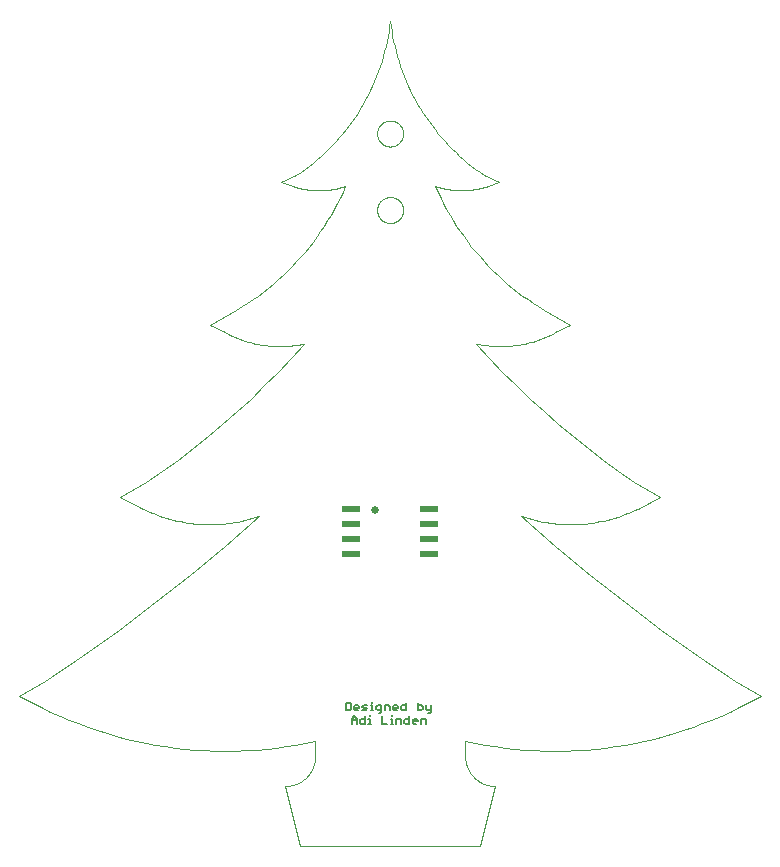
<source format=gto>
G75*
%MOIN*%
%OFA0B0*%
%FSLAX25Y25*%
%IPPOS*%
%LPD*%
%AMOC8*
5,1,8,0,0,1.08239X$1,22.5*
%
%ADD10C,0.00200*%
%ADD11C,0.00000*%
%ADD12C,0.00500*%
%ADD13C,0.02500*%
%ADD14R,0.05984X0.01930*%
D10*
X0003050Y0051600D02*
X0010550Y0047850D01*
X0003050Y0051600D02*
X0011800Y0056600D01*
X0044300Y0114100D02*
X0036800Y0117850D01*
X0045550Y0122850D01*
X0044300Y0114100D02*
X0045388Y0113573D01*
X0046487Y0113072D01*
X0047599Y0112598D01*
X0048722Y0112151D01*
X0049855Y0111731D01*
X0050998Y0111339D01*
X0052150Y0110974D01*
X0053311Y0110638D01*
X0054479Y0110329D01*
X0055655Y0110049D01*
X0056837Y0109798D01*
X0058025Y0109575D01*
X0059218Y0109381D01*
X0060415Y0109216D01*
X0061616Y0109080D01*
X0062819Y0108973D01*
X0064025Y0108895D01*
X0065233Y0108847D01*
X0066441Y0108827D01*
X0067650Y0108837D01*
X0068858Y0108876D01*
X0070064Y0108945D01*
X0071269Y0109042D01*
X0072471Y0109169D01*
X0073669Y0109324D01*
X0074863Y0109509D01*
X0076053Y0109722D01*
X0077237Y0109964D01*
X0078415Y0110235D01*
X0079585Y0110534D01*
X0080749Y0110862D01*
X0081904Y0111217D01*
X0083050Y0111600D01*
X0101800Y0036601D02*
X0098523Y0035916D01*
X0095230Y0035310D01*
X0091923Y0034785D01*
X0088605Y0034341D01*
X0085276Y0033978D01*
X0081940Y0033696D01*
X0078598Y0033495D01*
X0075252Y0033376D01*
X0071905Y0033338D01*
X0068557Y0033382D01*
X0065211Y0033507D01*
X0061870Y0033714D01*
X0058534Y0034002D01*
X0055206Y0034371D01*
X0051889Y0034821D01*
X0048583Y0035352D01*
X0045291Y0035963D01*
X0042015Y0036654D01*
X0038757Y0037425D01*
X0035519Y0038274D01*
X0032302Y0039203D01*
X0029109Y0040209D01*
X0025941Y0041293D01*
X0022801Y0042454D01*
X0019690Y0043691D01*
X0016610Y0045003D01*
X0013562Y0046390D01*
X0010550Y0047851D01*
X0091800Y0021600D02*
X0092042Y0021603D01*
X0092283Y0021612D01*
X0092524Y0021626D01*
X0092765Y0021647D01*
X0093005Y0021673D01*
X0093245Y0021705D01*
X0093484Y0021743D01*
X0093721Y0021786D01*
X0093958Y0021836D01*
X0094193Y0021891D01*
X0094427Y0021951D01*
X0094659Y0022018D01*
X0094890Y0022089D01*
X0095119Y0022167D01*
X0095346Y0022250D01*
X0095571Y0022338D01*
X0095794Y0022432D01*
X0096014Y0022531D01*
X0096232Y0022636D01*
X0096447Y0022745D01*
X0096660Y0022860D01*
X0096870Y0022980D01*
X0097076Y0023105D01*
X0097280Y0023235D01*
X0097481Y0023370D01*
X0097678Y0023510D01*
X0097872Y0023654D01*
X0098062Y0023803D01*
X0098248Y0023957D01*
X0098431Y0024115D01*
X0098610Y0024277D01*
X0098785Y0024444D01*
X0098956Y0024615D01*
X0099123Y0024790D01*
X0099285Y0024969D01*
X0099443Y0025152D01*
X0099597Y0025338D01*
X0099746Y0025528D01*
X0099890Y0025722D01*
X0100030Y0025919D01*
X0100165Y0026120D01*
X0100295Y0026324D01*
X0100420Y0026530D01*
X0100540Y0026740D01*
X0100655Y0026953D01*
X0100764Y0027168D01*
X0100869Y0027386D01*
X0100968Y0027606D01*
X0101062Y0027829D01*
X0101150Y0028054D01*
X0101233Y0028281D01*
X0101311Y0028510D01*
X0101382Y0028741D01*
X0101449Y0028973D01*
X0101509Y0029207D01*
X0101564Y0029442D01*
X0101614Y0029679D01*
X0101657Y0029916D01*
X0101695Y0030155D01*
X0101727Y0030395D01*
X0101753Y0030635D01*
X0101774Y0030876D01*
X0101788Y0031117D01*
X0101797Y0031358D01*
X0101800Y0031600D01*
X0101800Y0036600D01*
X0091800Y0021600D02*
X0096800Y0001600D01*
X0156800Y0001600D01*
X0161800Y0021600D01*
X0161558Y0021603D01*
X0161317Y0021612D01*
X0161076Y0021626D01*
X0160835Y0021647D01*
X0160595Y0021673D01*
X0160355Y0021705D01*
X0160116Y0021743D01*
X0159879Y0021786D01*
X0159642Y0021836D01*
X0159407Y0021891D01*
X0159173Y0021951D01*
X0158941Y0022018D01*
X0158710Y0022089D01*
X0158481Y0022167D01*
X0158254Y0022250D01*
X0158029Y0022338D01*
X0157806Y0022432D01*
X0157586Y0022531D01*
X0157368Y0022636D01*
X0157153Y0022745D01*
X0156940Y0022860D01*
X0156730Y0022980D01*
X0156524Y0023105D01*
X0156320Y0023235D01*
X0156119Y0023370D01*
X0155922Y0023510D01*
X0155728Y0023654D01*
X0155538Y0023803D01*
X0155352Y0023957D01*
X0155169Y0024115D01*
X0154990Y0024277D01*
X0154815Y0024444D01*
X0154644Y0024615D01*
X0154477Y0024790D01*
X0154315Y0024969D01*
X0154157Y0025152D01*
X0154003Y0025338D01*
X0153854Y0025528D01*
X0153710Y0025722D01*
X0153570Y0025919D01*
X0153435Y0026120D01*
X0153305Y0026324D01*
X0153180Y0026530D01*
X0153060Y0026740D01*
X0152945Y0026953D01*
X0152836Y0027168D01*
X0152731Y0027386D01*
X0152632Y0027606D01*
X0152538Y0027829D01*
X0152450Y0028054D01*
X0152367Y0028281D01*
X0152289Y0028510D01*
X0152218Y0028741D01*
X0152151Y0028973D01*
X0152091Y0029207D01*
X0152036Y0029442D01*
X0151986Y0029679D01*
X0151943Y0029916D01*
X0151905Y0030155D01*
X0151873Y0030395D01*
X0151847Y0030635D01*
X0151826Y0030876D01*
X0151812Y0031117D01*
X0151803Y0031358D01*
X0151800Y0031600D01*
X0151800Y0036600D01*
X0209300Y0114100D02*
X0216800Y0117850D01*
X0208050Y0122850D01*
X0209300Y0114100D02*
X0208212Y0113573D01*
X0207113Y0113072D01*
X0206001Y0112598D01*
X0204878Y0112151D01*
X0203745Y0111731D01*
X0202602Y0111339D01*
X0201450Y0110974D01*
X0200289Y0110638D01*
X0199121Y0110329D01*
X0197945Y0110049D01*
X0196763Y0109798D01*
X0195575Y0109575D01*
X0194382Y0109381D01*
X0193185Y0109216D01*
X0191984Y0109080D01*
X0190781Y0108973D01*
X0189575Y0108895D01*
X0188367Y0108847D01*
X0187159Y0108827D01*
X0185950Y0108837D01*
X0184742Y0108876D01*
X0183536Y0108945D01*
X0182331Y0109042D01*
X0181129Y0109169D01*
X0179931Y0109324D01*
X0178737Y0109509D01*
X0177547Y0109722D01*
X0176363Y0109964D01*
X0175185Y0110235D01*
X0174015Y0110534D01*
X0172851Y0110862D01*
X0171696Y0111217D01*
X0170550Y0111600D01*
X0151800Y0036601D02*
X0155077Y0035916D01*
X0158370Y0035310D01*
X0161677Y0034785D01*
X0164995Y0034341D01*
X0168324Y0033978D01*
X0171660Y0033696D01*
X0175002Y0033495D01*
X0178348Y0033376D01*
X0181695Y0033338D01*
X0185043Y0033382D01*
X0188389Y0033507D01*
X0191730Y0033714D01*
X0195066Y0034002D01*
X0198394Y0034371D01*
X0201711Y0034821D01*
X0205017Y0035352D01*
X0208309Y0035963D01*
X0211585Y0036654D01*
X0214843Y0037425D01*
X0218081Y0038274D01*
X0221298Y0039203D01*
X0224491Y0040209D01*
X0227659Y0041293D01*
X0230799Y0042454D01*
X0233910Y0043691D01*
X0236990Y0045003D01*
X0240038Y0046390D01*
X0243050Y0047851D01*
X0243050Y0047850D02*
X0250550Y0051600D01*
X0241800Y0056600D01*
X0181800Y0172850D02*
X0186800Y0175350D01*
X0178050Y0180350D01*
X0181800Y0172850D02*
X0181003Y0172426D01*
X0180196Y0172021D01*
X0179379Y0171635D01*
X0178553Y0171270D01*
X0177719Y0170924D01*
X0176876Y0170598D01*
X0176027Y0170292D01*
X0175170Y0170007D01*
X0174306Y0169742D01*
X0173437Y0169499D01*
X0172561Y0169276D01*
X0171681Y0169074D01*
X0170796Y0168893D01*
X0169908Y0168733D01*
X0169015Y0168595D01*
X0168120Y0168477D01*
X0167222Y0168382D01*
X0166321Y0168308D01*
X0165420Y0168255D01*
X0164517Y0168224D01*
X0163614Y0168215D01*
X0162711Y0168227D01*
X0161809Y0168261D01*
X0160907Y0168317D01*
X0160007Y0168394D01*
X0159110Y0168492D01*
X0158214Y0168612D01*
X0157322Y0168753D01*
X0156434Y0168916D01*
X0155550Y0169100D01*
X0159300Y0221600D02*
X0163050Y0222850D01*
X0158050Y0225350D01*
X0159300Y0221600D02*
X0158672Y0221399D01*
X0158039Y0221213D01*
X0157402Y0221042D01*
X0156762Y0220886D01*
X0156117Y0220746D01*
X0155470Y0220621D01*
X0154819Y0220511D01*
X0154167Y0220417D01*
X0153512Y0220339D01*
X0152855Y0220276D01*
X0152198Y0220229D01*
X0151539Y0220198D01*
X0150880Y0220182D01*
X0150220Y0220182D01*
X0149561Y0220198D01*
X0148902Y0220229D01*
X0148245Y0220276D01*
X0147588Y0220339D01*
X0146933Y0220417D01*
X0146281Y0220511D01*
X0145630Y0220621D01*
X0144983Y0220746D01*
X0144338Y0220886D01*
X0143698Y0221042D01*
X0143061Y0221213D01*
X0142428Y0221399D01*
X0141800Y0221600D01*
X0111800Y0221600D02*
X0111172Y0221399D01*
X0110539Y0221213D01*
X0109902Y0221042D01*
X0109262Y0220886D01*
X0108617Y0220746D01*
X0107970Y0220621D01*
X0107319Y0220511D01*
X0106667Y0220417D01*
X0106012Y0220339D01*
X0105355Y0220276D01*
X0104698Y0220229D01*
X0104039Y0220198D01*
X0103380Y0220182D01*
X0102720Y0220182D01*
X0102061Y0220198D01*
X0101402Y0220229D01*
X0100745Y0220276D01*
X0100088Y0220339D01*
X0099433Y0220417D01*
X0098781Y0220511D01*
X0098130Y0220621D01*
X0097483Y0220746D01*
X0096838Y0220886D01*
X0096198Y0221042D01*
X0095561Y0221213D01*
X0094928Y0221399D01*
X0094300Y0221600D01*
X0090550Y0222850D01*
X0095550Y0225350D01*
X0098050Y0169100D02*
X0097166Y0168916D01*
X0096278Y0168753D01*
X0095386Y0168612D01*
X0094490Y0168492D01*
X0093593Y0168394D01*
X0092693Y0168317D01*
X0091791Y0168261D01*
X0090889Y0168227D01*
X0089986Y0168215D01*
X0089083Y0168224D01*
X0088180Y0168255D01*
X0087279Y0168308D01*
X0086378Y0168382D01*
X0085480Y0168477D01*
X0084585Y0168595D01*
X0083692Y0168733D01*
X0082804Y0168893D01*
X0081919Y0169074D01*
X0081039Y0169276D01*
X0080163Y0169499D01*
X0079294Y0169742D01*
X0078430Y0170007D01*
X0077573Y0170292D01*
X0076724Y0170598D01*
X0075881Y0170924D01*
X0075047Y0171270D01*
X0074221Y0171635D01*
X0073404Y0172021D01*
X0072597Y0172426D01*
X0071800Y0172850D01*
X0066800Y0175350D01*
X0075550Y0180350D01*
X0077381Y0181471D01*
X0079184Y0182636D01*
X0080959Y0183844D01*
X0082704Y0185094D01*
X0084419Y0186386D01*
X0086102Y0187718D01*
X0087753Y0189091D01*
X0089370Y0190502D01*
X0090953Y0191953D01*
X0092501Y0193441D01*
X0094012Y0194965D01*
X0095486Y0196526D01*
X0096923Y0198121D01*
X0098320Y0199751D01*
X0099679Y0201413D01*
X0100996Y0203108D01*
X0102273Y0204834D01*
X0103508Y0206590D01*
X0104700Y0208375D01*
X0105849Y0210189D01*
X0106954Y0212029D01*
X0108015Y0213896D01*
X0109030Y0215787D01*
X0110000Y0217702D01*
X0110923Y0219640D01*
X0111800Y0221600D01*
X0095550Y0225350D02*
X0096971Y0226321D01*
X0098369Y0227326D01*
X0099742Y0228365D01*
X0101089Y0229437D01*
X0102409Y0230541D01*
X0103703Y0231676D01*
X0104969Y0232843D01*
X0106206Y0234040D01*
X0107414Y0235267D01*
X0108591Y0236522D01*
X0109738Y0237806D01*
X0110854Y0239117D01*
X0111937Y0240454D01*
X0112988Y0241818D01*
X0114005Y0243206D01*
X0114989Y0244619D01*
X0115938Y0246055D01*
X0116852Y0247514D01*
X0117730Y0248994D01*
X0118572Y0250496D01*
X0119378Y0252017D01*
X0120146Y0253557D01*
X0120877Y0255116D01*
X0121570Y0256691D01*
X0122225Y0258284D01*
X0122841Y0259891D01*
X0123418Y0261513D01*
X0123955Y0263148D01*
X0124452Y0264796D01*
X0124910Y0266456D01*
X0125327Y0268126D01*
X0125704Y0269805D01*
X0126039Y0271494D01*
X0126334Y0273190D01*
X0126588Y0274892D01*
X0126800Y0276600D01*
X0127012Y0274892D01*
X0127266Y0273190D01*
X0127561Y0271494D01*
X0127896Y0269805D01*
X0128273Y0268126D01*
X0128690Y0266456D01*
X0129148Y0264796D01*
X0129645Y0263148D01*
X0130182Y0261513D01*
X0130759Y0259891D01*
X0131375Y0258284D01*
X0132030Y0256691D01*
X0132723Y0255116D01*
X0133454Y0253557D01*
X0134222Y0252017D01*
X0135028Y0250496D01*
X0135870Y0248994D01*
X0136748Y0247514D01*
X0137662Y0246055D01*
X0138611Y0244619D01*
X0139595Y0243206D01*
X0140612Y0241818D01*
X0141663Y0240454D01*
X0142746Y0239117D01*
X0143862Y0237806D01*
X0145009Y0236522D01*
X0146186Y0235267D01*
X0147394Y0234040D01*
X0148631Y0232843D01*
X0149897Y0231676D01*
X0151191Y0230541D01*
X0152511Y0229437D01*
X0153858Y0228365D01*
X0155231Y0227326D01*
X0156629Y0226321D01*
X0158050Y0225350D01*
X0141800Y0221600D02*
X0142677Y0219640D01*
X0143600Y0217702D01*
X0144570Y0215787D01*
X0145585Y0213896D01*
X0146646Y0212029D01*
X0147751Y0210189D01*
X0148900Y0208375D01*
X0150092Y0206590D01*
X0151327Y0204834D01*
X0152604Y0203108D01*
X0153921Y0201413D01*
X0155280Y0199751D01*
X0156677Y0198121D01*
X0158114Y0196526D01*
X0159588Y0194965D01*
X0161099Y0193441D01*
X0162647Y0191953D01*
X0164230Y0190502D01*
X0165847Y0189091D01*
X0167498Y0187718D01*
X0169181Y0186386D01*
X0170896Y0185094D01*
X0172641Y0183844D01*
X0174416Y0182636D01*
X0176219Y0181471D01*
X0178050Y0180350D01*
X0155550Y0169100D02*
X0159829Y0164372D01*
X0164214Y0159742D01*
X0168702Y0155212D01*
X0173291Y0150784D01*
X0177980Y0146462D01*
X0182765Y0142247D01*
X0187644Y0138141D01*
X0192614Y0134146D01*
X0197674Y0130265D01*
X0202820Y0126499D01*
X0208050Y0122850D01*
X0170549Y0111600D02*
X0181855Y0101719D01*
X0193397Y0092117D01*
X0205170Y0082798D01*
X0217166Y0073769D01*
X0229378Y0065034D01*
X0241799Y0056600D01*
X0098050Y0169100D02*
X0093771Y0164372D01*
X0089386Y0159742D01*
X0084898Y0155212D01*
X0080309Y0150784D01*
X0075620Y0146462D01*
X0070835Y0142247D01*
X0065956Y0138141D01*
X0060986Y0134146D01*
X0055926Y0130265D01*
X0050780Y0126499D01*
X0045550Y0122850D01*
X0083051Y0111600D02*
X0071745Y0101719D01*
X0060203Y0092117D01*
X0048430Y0082798D01*
X0036434Y0073769D01*
X0024222Y0065034D01*
X0011801Y0056600D01*
D11*
X0122469Y0213600D02*
X0122471Y0213731D01*
X0122477Y0213863D01*
X0122487Y0213994D01*
X0122501Y0214125D01*
X0122519Y0214255D01*
X0122541Y0214384D01*
X0122566Y0214513D01*
X0122596Y0214641D01*
X0122630Y0214768D01*
X0122667Y0214895D01*
X0122708Y0215019D01*
X0122753Y0215143D01*
X0122802Y0215265D01*
X0122854Y0215386D01*
X0122910Y0215504D01*
X0122970Y0215622D01*
X0123033Y0215737D01*
X0123100Y0215850D01*
X0123170Y0215962D01*
X0123243Y0216071D01*
X0123319Y0216177D01*
X0123399Y0216282D01*
X0123482Y0216384D01*
X0123568Y0216483D01*
X0123657Y0216580D01*
X0123749Y0216674D01*
X0123844Y0216765D01*
X0123941Y0216854D01*
X0124041Y0216939D01*
X0124144Y0217021D01*
X0124249Y0217100D01*
X0124356Y0217176D01*
X0124466Y0217248D01*
X0124578Y0217317D01*
X0124692Y0217383D01*
X0124807Y0217445D01*
X0124925Y0217504D01*
X0125044Y0217559D01*
X0125165Y0217611D01*
X0125288Y0217658D01*
X0125412Y0217702D01*
X0125537Y0217743D01*
X0125663Y0217779D01*
X0125791Y0217812D01*
X0125919Y0217840D01*
X0126048Y0217865D01*
X0126178Y0217886D01*
X0126308Y0217903D01*
X0126439Y0217916D01*
X0126570Y0217925D01*
X0126701Y0217930D01*
X0126833Y0217931D01*
X0126964Y0217928D01*
X0127096Y0217921D01*
X0127227Y0217910D01*
X0127357Y0217895D01*
X0127487Y0217876D01*
X0127617Y0217853D01*
X0127745Y0217827D01*
X0127873Y0217796D01*
X0128000Y0217761D01*
X0128126Y0217723D01*
X0128250Y0217681D01*
X0128374Y0217635D01*
X0128495Y0217585D01*
X0128615Y0217532D01*
X0128734Y0217475D01*
X0128851Y0217415D01*
X0128965Y0217351D01*
X0129078Y0217283D01*
X0129189Y0217212D01*
X0129298Y0217138D01*
X0129404Y0217061D01*
X0129508Y0216980D01*
X0129609Y0216897D01*
X0129708Y0216810D01*
X0129804Y0216720D01*
X0129897Y0216627D01*
X0129988Y0216532D01*
X0130075Y0216434D01*
X0130160Y0216333D01*
X0130241Y0216230D01*
X0130319Y0216124D01*
X0130394Y0216016D01*
X0130466Y0215906D01*
X0130534Y0215794D01*
X0130599Y0215680D01*
X0130660Y0215563D01*
X0130718Y0215445D01*
X0130772Y0215325D01*
X0130823Y0215204D01*
X0130870Y0215081D01*
X0130913Y0214957D01*
X0130952Y0214832D01*
X0130988Y0214705D01*
X0131019Y0214577D01*
X0131047Y0214449D01*
X0131071Y0214320D01*
X0131091Y0214190D01*
X0131107Y0214059D01*
X0131119Y0213928D01*
X0131127Y0213797D01*
X0131131Y0213666D01*
X0131131Y0213534D01*
X0131127Y0213403D01*
X0131119Y0213272D01*
X0131107Y0213141D01*
X0131091Y0213010D01*
X0131071Y0212880D01*
X0131047Y0212751D01*
X0131019Y0212623D01*
X0130988Y0212495D01*
X0130952Y0212368D01*
X0130913Y0212243D01*
X0130870Y0212119D01*
X0130823Y0211996D01*
X0130772Y0211875D01*
X0130718Y0211755D01*
X0130660Y0211637D01*
X0130599Y0211520D01*
X0130534Y0211406D01*
X0130466Y0211294D01*
X0130394Y0211184D01*
X0130319Y0211076D01*
X0130241Y0210970D01*
X0130160Y0210867D01*
X0130075Y0210766D01*
X0129988Y0210668D01*
X0129897Y0210573D01*
X0129804Y0210480D01*
X0129708Y0210390D01*
X0129609Y0210303D01*
X0129508Y0210220D01*
X0129404Y0210139D01*
X0129298Y0210062D01*
X0129189Y0209988D01*
X0129078Y0209917D01*
X0128966Y0209849D01*
X0128851Y0209785D01*
X0128734Y0209725D01*
X0128615Y0209668D01*
X0128495Y0209615D01*
X0128374Y0209565D01*
X0128250Y0209519D01*
X0128126Y0209477D01*
X0128000Y0209439D01*
X0127873Y0209404D01*
X0127745Y0209373D01*
X0127617Y0209347D01*
X0127487Y0209324D01*
X0127357Y0209305D01*
X0127227Y0209290D01*
X0127096Y0209279D01*
X0126964Y0209272D01*
X0126833Y0209269D01*
X0126701Y0209270D01*
X0126570Y0209275D01*
X0126439Y0209284D01*
X0126308Y0209297D01*
X0126178Y0209314D01*
X0126048Y0209335D01*
X0125919Y0209360D01*
X0125791Y0209388D01*
X0125663Y0209421D01*
X0125537Y0209457D01*
X0125412Y0209498D01*
X0125288Y0209542D01*
X0125165Y0209589D01*
X0125044Y0209641D01*
X0124925Y0209696D01*
X0124807Y0209755D01*
X0124692Y0209817D01*
X0124578Y0209883D01*
X0124466Y0209952D01*
X0124356Y0210024D01*
X0124249Y0210100D01*
X0124144Y0210179D01*
X0124041Y0210261D01*
X0123941Y0210346D01*
X0123844Y0210435D01*
X0123749Y0210526D01*
X0123657Y0210620D01*
X0123568Y0210717D01*
X0123482Y0210816D01*
X0123399Y0210918D01*
X0123319Y0211023D01*
X0123243Y0211129D01*
X0123170Y0211238D01*
X0123100Y0211350D01*
X0123033Y0211463D01*
X0122970Y0211578D01*
X0122910Y0211696D01*
X0122854Y0211814D01*
X0122802Y0211935D01*
X0122753Y0212057D01*
X0122708Y0212181D01*
X0122667Y0212305D01*
X0122630Y0212432D01*
X0122596Y0212559D01*
X0122566Y0212687D01*
X0122541Y0212816D01*
X0122519Y0212945D01*
X0122501Y0213075D01*
X0122487Y0213206D01*
X0122477Y0213337D01*
X0122471Y0213469D01*
X0122469Y0213600D01*
X0122469Y0239100D02*
X0122471Y0239231D01*
X0122477Y0239363D01*
X0122487Y0239494D01*
X0122501Y0239625D01*
X0122519Y0239755D01*
X0122541Y0239884D01*
X0122566Y0240013D01*
X0122596Y0240141D01*
X0122630Y0240268D01*
X0122667Y0240395D01*
X0122708Y0240519D01*
X0122753Y0240643D01*
X0122802Y0240765D01*
X0122854Y0240886D01*
X0122910Y0241004D01*
X0122970Y0241122D01*
X0123033Y0241237D01*
X0123100Y0241350D01*
X0123170Y0241462D01*
X0123243Y0241571D01*
X0123319Y0241677D01*
X0123399Y0241782D01*
X0123482Y0241884D01*
X0123568Y0241983D01*
X0123657Y0242080D01*
X0123749Y0242174D01*
X0123844Y0242265D01*
X0123941Y0242354D01*
X0124041Y0242439D01*
X0124144Y0242521D01*
X0124249Y0242600D01*
X0124356Y0242676D01*
X0124466Y0242748D01*
X0124578Y0242817D01*
X0124692Y0242883D01*
X0124807Y0242945D01*
X0124925Y0243004D01*
X0125044Y0243059D01*
X0125165Y0243111D01*
X0125288Y0243158D01*
X0125412Y0243202D01*
X0125537Y0243243D01*
X0125663Y0243279D01*
X0125791Y0243312D01*
X0125919Y0243340D01*
X0126048Y0243365D01*
X0126178Y0243386D01*
X0126308Y0243403D01*
X0126439Y0243416D01*
X0126570Y0243425D01*
X0126701Y0243430D01*
X0126833Y0243431D01*
X0126964Y0243428D01*
X0127096Y0243421D01*
X0127227Y0243410D01*
X0127357Y0243395D01*
X0127487Y0243376D01*
X0127617Y0243353D01*
X0127745Y0243327D01*
X0127873Y0243296D01*
X0128000Y0243261D01*
X0128126Y0243223D01*
X0128250Y0243181D01*
X0128374Y0243135D01*
X0128495Y0243085D01*
X0128615Y0243032D01*
X0128734Y0242975D01*
X0128851Y0242915D01*
X0128965Y0242851D01*
X0129078Y0242783D01*
X0129189Y0242712D01*
X0129298Y0242638D01*
X0129404Y0242561D01*
X0129508Y0242480D01*
X0129609Y0242397D01*
X0129708Y0242310D01*
X0129804Y0242220D01*
X0129897Y0242127D01*
X0129988Y0242032D01*
X0130075Y0241934D01*
X0130160Y0241833D01*
X0130241Y0241730D01*
X0130319Y0241624D01*
X0130394Y0241516D01*
X0130466Y0241406D01*
X0130534Y0241294D01*
X0130599Y0241180D01*
X0130660Y0241063D01*
X0130718Y0240945D01*
X0130772Y0240825D01*
X0130823Y0240704D01*
X0130870Y0240581D01*
X0130913Y0240457D01*
X0130952Y0240332D01*
X0130988Y0240205D01*
X0131019Y0240077D01*
X0131047Y0239949D01*
X0131071Y0239820D01*
X0131091Y0239690D01*
X0131107Y0239559D01*
X0131119Y0239428D01*
X0131127Y0239297D01*
X0131131Y0239166D01*
X0131131Y0239034D01*
X0131127Y0238903D01*
X0131119Y0238772D01*
X0131107Y0238641D01*
X0131091Y0238510D01*
X0131071Y0238380D01*
X0131047Y0238251D01*
X0131019Y0238123D01*
X0130988Y0237995D01*
X0130952Y0237868D01*
X0130913Y0237743D01*
X0130870Y0237619D01*
X0130823Y0237496D01*
X0130772Y0237375D01*
X0130718Y0237255D01*
X0130660Y0237137D01*
X0130599Y0237020D01*
X0130534Y0236906D01*
X0130466Y0236794D01*
X0130394Y0236684D01*
X0130319Y0236576D01*
X0130241Y0236470D01*
X0130160Y0236367D01*
X0130075Y0236266D01*
X0129988Y0236168D01*
X0129897Y0236073D01*
X0129804Y0235980D01*
X0129708Y0235890D01*
X0129609Y0235803D01*
X0129508Y0235720D01*
X0129404Y0235639D01*
X0129298Y0235562D01*
X0129189Y0235488D01*
X0129078Y0235417D01*
X0128966Y0235349D01*
X0128851Y0235285D01*
X0128734Y0235225D01*
X0128615Y0235168D01*
X0128495Y0235115D01*
X0128374Y0235065D01*
X0128250Y0235019D01*
X0128126Y0234977D01*
X0128000Y0234939D01*
X0127873Y0234904D01*
X0127745Y0234873D01*
X0127617Y0234847D01*
X0127487Y0234824D01*
X0127357Y0234805D01*
X0127227Y0234790D01*
X0127096Y0234779D01*
X0126964Y0234772D01*
X0126833Y0234769D01*
X0126701Y0234770D01*
X0126570Y0234775D01*
X0126439Y0234784D01*
X0126308Y0234797D01*
X0126178Y0234814D01*
X0126048Y0234835D01*
X0125919Y0234860D01*
X0125791Y0234888D01*
X0125663Y0234921D01*
X0125537Y0234957D01*
X0125412Y0234998D01*
X0125288Y0235042D01*
X0125165Y0235089D01*
X0125044Y0235141D01*
X0124925Y0235196D01*
X0124807Y0235255D01*
X0124692Y0235317D01*
X0124578Y0235383D01*
X0124466Y0235452D01*
X0124356Y0235524D01*
X0124249Y0235600D01*
X0124144Y0235679D01*
X0124041Y0235761D01*
X0123941Y0235846D01*
X0123844Y0235935D01*
X0123749Y0236026D01*
X0123657Y0236120D01*
X0123568Y0236217D01*
X0123482Y0236316D01*
X0123399Y0236418D01*
X0123319Y0236523D01*
X0123243Y0236629D01*
X0123170Y0236738D01*
X0123100Y0236850D01*
X0123033Y0236963D01*
X0122970Y0237078D01*
X0122910Y0237196D01*
X0122854Y0237314D01*
X0122802Y0237435D01*
X0122753Y0237557D01*
X0122708Y0237681D01*
X0122667Y0237805D01*
X0122630Y0237932D01*
X0122596Y0238059D01*
X0122566Y0238187D01*
X0122541Y0238316D01*
X0122519Y0238445D01*
X0122501Y0238575D01*
X0122487Y0238706D01*
X0122477Y0238837D01*
X0122471Y0238969D01*
X0122469Y0239100D01*
D12*
X0120754Y0049769D02*
X0120754Y0049352D01*
X0120754Y0048518D02*
X0120754Y0046850D01*
X0120337Y0046850D02*
X0121171Y0046850D01*
X0122179Y0047267D02*
X0122179Y0048101D01*
X0122596Y0048518D01*
X0123847Y0048518D01*
X0123847Y0046433D01*
X0123430Y0046016D01*
X0123013Y0046016D01*
X0122596Y0046850D02*
X0123847Y0046850D01*
X0124941Y0046850D02*
X0124941Y0048518D01*
X0126192Y0048518D01*
X0126609Y0048101D01*
X0126609Y0046850D01*
X0127703Y0047267D02*
X0127703Y0048101D01*
X0128120Y0048518D01*
X0128954Y0048518D01*
X0129371Y0048101D01*
X0129371Y0047684D01*
X0127703Y0047684D01*
X0127703Y0047267D02*
X0128120Y0046850D01*
X0128954Y0046850D01*
X0130466Y0047267D02*
X0130466Y0048101D01*
X0130883Y0048518D01*
X0132134Y0048518D01*
X0132134Y0049352D02*
X0132134Y0046850D01*
X0130883Y0046850D01*
X0130466Y0047267D01*
X0130034Y0044018D02*
X0128783Y0044018D01*
X0128783Y0042350D01*
X0127775Y0042350D02*
X0126941Y0042350D01*
X0127358Y0042350D02*
X0127358Y0044018D01*
X0126941Y0044018D01*
X0127358Y0044852D02*
X0127358Y0045269D01*
X0130034Y0044018D02*
X0130451Y0043601D01*
X0130451Y0042350D01*
X0131545Y0042767D02*
X0131545Y0043601D01*
X0131962Y0044018D01*
X0133213Y0044018D01*
X0133213Y0044852D02*
X0133213Y0042350D01*
X0131962Y0042350D01*
X0131545Y0042767D01*
X0134307Y0042767D02*
X0134307Y0043601D01*
X0134724Y0044018D01*
X0135558Y0044018D01*
X0135975Y0043601D01*
X0135975Y0043184D01*
X0134307Y0043184D01*
X0134307Y0042767D02*
X0134724Y0042350D01*
X0135558Y0042350D01*
X0137070Y0042350D02*
X0137070Y0044018D01*
X0138321Y0044018D01*
X0138738Y0043601D01*
X0138738Y0042350D01*
X0139587Y0046016D02*
X0140004Y0046016D01*
X0140421Y0046433D01*
X0140421Y0048518D01*
X0140421Y0046850D02*
X0139170Y0046850D01*
X0138753Y0047267D01*
X0138753Y0048518D01*
X0137658Y0048101D02*
X0137241Y0048518D01*
X0135990Y0048518D01*
X0135990Y0049352D02*
X0135990Y0046850D01*
X0137241Y0046850D01*
X0137658Y0047267D01*
X0137658Y0048101D01*
X0125847Y0042350D02*
X0124179Y0042350D01*
X0124179Y0044852D01*
X0122596Y0046850D02*
X0122179Y0047267D01*
X0120754Y0048518D02*
X0120337Y0048518D01*
X0119243Y0048518D02*
X0117992Y0048518D01*
X0117575Y0048101D01*
X0117992Y0047684D01*
X0118826Y0047684D01*
X0119243Y0047267D01*
X0118826Y0046850D01*
X0117575Y0046850D01*
X0116480Y0047684D02*
X0114812Y0047684D01*
X0114812Y0047267D02*
X0114812Y0048101D01*
X0115229Y0048518D01*
X0116063Y0048518D01*
X0116480Y0048101D01*
X0116480Y0047684D01*
X0116063Y0046850D02*
X0115229Y0046850D01*
X0114812Y0047267D01*
X0113718Y0047267D02*
X0113718Y0048935D01*
X0113301Y0049352D01*
X0112050Y0049352D01*
X0112050Y0046850D01*
X0113301Y0046850D01*
X0113718Y0047267D01*
X0114884Y0044852D02*
X0114050Y0044018D01*
X0114050Y0042350D01*
X0114050Y0043601D02*
X0115718Y0043601D01*
X0115718Y0044018D02*
X0115718Y0042350D01*
X0116812Y0042767D02*
X0116812Y0043601D01*
X0117229Y0044018D01*
X0118480Y0044018D01*
X0118480Y0044852D02*
X0118480Y0042350D01*
X0117229Y0042350D01*
X0116812Y0042767D01*
X0115718Y0044018D02*
X0114884Y0044852D01*
X0119575Y0044018D02*
X0119992Y0044018D01*
X0119992Y0042350D01*
X0119575Y0042350D02*
X0120409Y0042350D01*
X0119992Y0044852D02*
X0119992Y0045269D01*
D13*
X0121800Y0113600D03*
D14*
X0113847Y0114100D03*
X0113847Y0109100D03*
X0113847Y0104100D03*
X0113847Y0099100D03*
X0139753Y0099100D03*
X0139753Y0104100D03*
X0139753Y0109100D03*
X0139753Y0114100D03*
M02*

</source>
